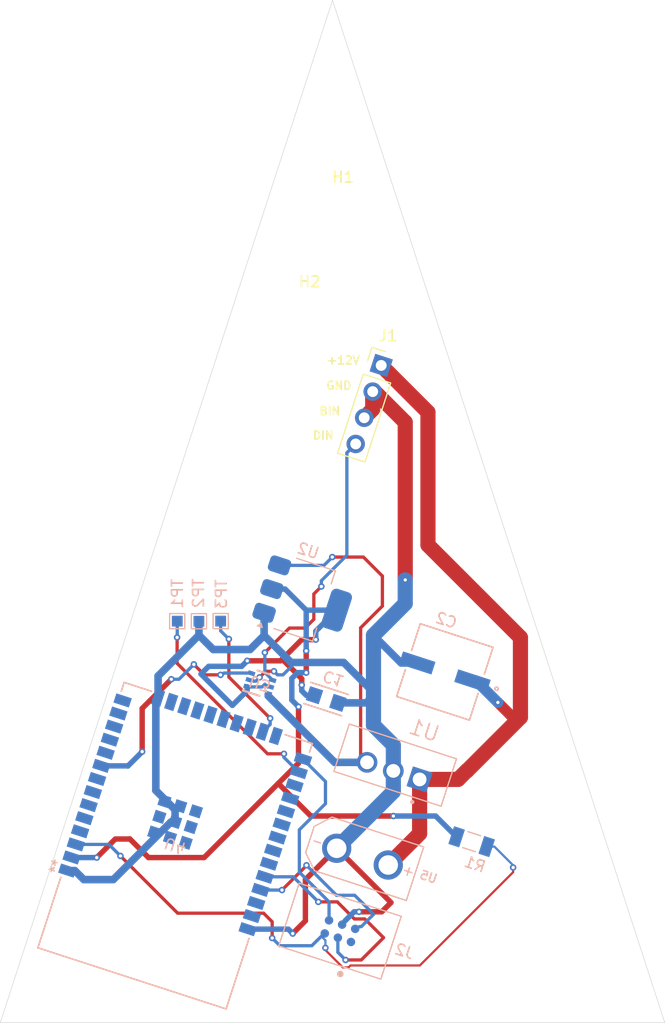
<source format=kicad_pcb>
(kicad_pcb (version 20241229) (generator "pcbnew") (generator_version "9.0")
  (layers (0 "F.Cu" signal) (2 "B.Cu" signal) (13 "F.Paste" user) (15 "B.Paste" user) (5 "F.SilkS" user "F.Silkscreen") (7 "B.SilkS" user "B.Silkscreen") (1 "F.Mask" user) (3 "B.Mask" user) (25 "Edge.Cuts" user))
  (net 0 "")
  (net 1 "GND")
  (net 2 "+12V")
  (net 3 "Net-(U3-A)")
  (net 4 "Net-(U4-IO4)")
  (net 15 "Net-(U4-EN)")
  (net 18 "Net-(U4-RXD0{slash}IO3)")
  (net 22 "Net-(U4-IO0)")
  (net 25 "Net-(U4-IO15)")
  (net 32 "Net-(U4-TXD0{slash}IO1)")
  (net 37 "Net-(U2-VO)")
  (net 39 "Net-(U1-OUTPUT)")
  (net 40 "Net-(J1-Pin_4)")
  (footprint "MountingHole:MountingHole_3mm" (layer "F.Cu") (at 51.834706 38.023801)
    (property "Reference" "H1" (at 0 -4 0) (layer "F.SilkS"))
    (property "Value" "MountingHole_3mm" (hide yes))
    (pad "" np_thru_hole circle (at 0 0) (size 3 3) (drill 3) (layers "*.Cu" "*.Mask"))
  )
  (footprint "MountingHole:MountingHole_3mm" (layer "F.Cu") (at 48.761306 47.675801)
    (property "Reference" "H2" (at 0 -4 0) (layer "F.SilkS"))
    (property "Value" "MountingHole_3mm" (hide yes))
    (pad "" np_thru_hole circle (at 0 0) (size 3 3) (drill 3) (layers "*.Cu" "*.Mask"))
  )
  (footprint "Connector_PinHeader_2.54mm:PinHeader_1x04_P2.54mm_Vertical" (layer "F.Cu") (at 55.364509 51.401549 -18)
    (property "Reference" "J1" (at -0.243775 -2.805164 180) (layer "F.SilkS"))
    (property "Value" "Conn_01x04_Pin" (hide yes))
    (fp_line (start -1.33 8.95) (end 1.33 8.95) (stroke (width 0.12)) (layer "F.SilkS"))
    (fp_line (start -1.33 1.27) (end -1.33 8.95) (stroke (width 0.12)) (layer "F.SilkS"))
    (fp_line (start -1.33 1.27) (end 1.33 1.27) (stroke (width 0.12)) (layer "F.SilkS"))
    (fp_line (start -1.33 0) (end -1.33 -1.33) (stroke (width 0.12)) (layer "F.SilkS"))
    (fp_line (start -1.33 -1.33) (end 0 -1.33) (stroke (width 0.12)) (layer "F.SilkS"))
    (fp_line (start 1.33 1.27) (end 1.33 8.95) (stroke (width 0.12)) (layer "F.SilkS"))
    (pad "1" thru_hole rect (at 0 0 342) (size 1.7 1.7) (drill 1) (layers "*.Cu" "*.Mask") (net 2 "+12V"))
    (pad "2" thru_hole oval (at 0 2.54 342) (size 1.7 1.7) (drill 1) (layers "*.Cu" "*.Mask") (net 1 "GND"))
    (pad "3" thru_hole oval (at 0 5.08 342) (size 1.7 1.7) (drill 1) (layers "*.Cu" "*.Mask") (net 1 "GND"))
    (pad "4" thru_hole oval (at 0.000001 7.62 342) (size 1.7 1.7) (drill 1) (layers "*.Cu" "*.Mask") (net 40 "Net-(J1-Pin_4)"))
  )
  (footprint "TAJA226M010RNJ:TAJA_AVX" (layer "B.Cu") (at 50.287057 82.192071 -18)
    (property "Reference" "C1" (at 0.044737 -2.02002 162) (layer "B.SilkS") (effects (justify mirror)))
    (property "Value" "TAJA226M010RNJ" (hide yes))
    (fp_line (start -1.8288 -1.0287) (end 1.8288 -1.0287) (stroke (width 0.1524)) (layer "B.SilkS"))
    (fp_line (start 1.8288 1.0287) (end -1.8288 1.0287) (stroke (width 0.1524)) (layer "B.SilkS"))
    (pad "1" smd rect (at -1.14321 0 252) (size 1.3462 1.269581) (layers "B.Cu" "B.Mask" "B.Paste") (net 37 "Net-(U2-VO)"))
    (pad "2" smd rect (at 1.14321 0 252) (size 1.3462 1.269581) (layers "B.Cu" "B.Mask" "B.Paste") (net 1 "GND"))
  )
  (footprint "TC2030-IDC-NL:TAG_TC2030-IDC-NL" (layer "B.Cu") (at 51.560837 103.61407 162)
    (property "Reference" "J2" (at -6.216887 0.069941 162) (layer "B.SilkS") (effects (font (size 1.001835 1.001835)) (justify mirror)))
    (property "Value" "TC2030-IDC-NL" (hide yes))
    (fp_line (start 4.953 -3.048) (end 4.953 3.048) (stroke (width 0.127)) (layer "B.SilkS"))
    (fp_line (start 4.953 3.048) (end -4.953 3.048) (stroke (width 0.127)) (layer "B.SilkS"))
    (fp_line (start -4.953 -3.048) (end 4.953 -3.048) (stroke (width 0.127)) (layer "B.SilkS"))
    (fp_line (start -4.953 3.048) (end -4.953 -3.048) (stroke (width 0.127)) (layer "B.SilkS"))
    (fp_circle (center -1.25 -3.75) (end -1.1 -3.75) (stroke (width 0.3)) (fill no) (layer "B.SilkS"))
    (pad "" np_thru_hole circle (at -2.54 0 162) (size 0.991 0.991) (drill 0.991) (layers "*.Cu" "*.Mask"))
    (pad "" np_thru_hole circle (at 2.54 -1.016 162) (size 0.991 0.991) (drill 0.991) (layers "*.Cu" "*.Mask"))
    (pad "" np_thru_hole circle (at 2.54 1.016 162) (size 0.991 0.991) (drill 0.991) (layers "*.Cu" "*.Mask"))
    (pad "1" smd circle (at -1.27 -0.635 162) (size 0.787 0.787) (layers "B.Cu" "B.Mask"))
    (pad "2" smd circle (at -1.270001 0.635 162) (size 0.787 0.787) (layers "B.Cu" "B.Mask") (net 32 "Net-(U4-TXD0{slash}IO1)"))
    (pad "3" smd circle (at 0 -0.635 162) (size 0.787 0.787) (layers "B.Cu" "B.Mask") (net 18 "Net-(U4-RXD0{slash}IO3)"))
    (pad "4" smd circle (at 0 0.635 162) (size 0.787 0.787) (layers "B.Cu" "B.Mask") (net 1 "GND"))
    (pad "5" smd circle (at 1.270001 -0.635 162) (size 0.787 0.787) (layers "B.Cu" "B.Mask") (net 15 "Net-(U4-EN)"))
    (pad "6" smd circle (at 1.27 0.635 162) (size 0.787 0.787) (layers "B.Cu" "B.Mask") (net 22 "Net-(U4-IO0)"))
  )
  (footprint "TestPoint:TestPoint_Pad_1.0x1.0mm" (layer "B.Cu") (at 40.55031 74.997213)
    (property "Reference" "TP3" (at 0.061419 -2.490515 90) (layer "B.SilkS") (effects (justify mirror)))
    (property "Value" "TestPoint" (hide yes))
    (fp_line (start -0.7 0.699999) (end 0.699999 0.7) (stroke (width 0.12)) (layer "B.SilkS"))
    (fp_line (start -0.699999 -0.7) (end -0.7 0.699999) (stroke (width 0.12)) (layer "B.SilkS"))
    (fp_line (start 0.699999 0.7) (end 0.7 -0.699999) (stroke (width 0.12)) (layer "B.SilkS"))
    (fp_line (start 0.7 -0.699999) (end -0.699999 -0.7) (stroke (width 0.12)) (layer "B.SilkS"))
    (pad "1" smd rect (at 0 0) (size 1 1) (layers "B.Cu" "B.Mask") (net 25 "Net-(U4-IO15)"))
  )
  (footprint "Package_TO_SOT_SMD:SOT-223-3_TabPin2" (layer "B.Cu") (at 48.267278 73.015997 -18)
    (property "Reference" "U2" (at -1.057702 -4.401577 162) (layer "B.SilkS") (effects (justify mirror)))
    (property "Value" "AMS1117-3.3" (hide yes))
    (fp_line (start -1.850001 3.41) (end 1.91 3.41) (stroke (width 0.12)) (layer "B.SilkS"))
    (fp_line (start -1.85 -3.41) (end 1.91 -3.41) (stroke (width 0.12)) (layer "B.SilkS"))
    (fp_line (start 1.91 3.41) (end 1.91 2.15) (stroke (width 0.12)) (layer "B.SilkS"))
    (fp_line (start 1.91 -3.41) (end 1.91 -2.15) (stroke (width 0.12)) (layer "B.SilkS"))
    (fp_poly (pts (xy -3.13 3.31) (xy -3.37 3.639999) (xy -2.89 3.64) (xy -3.13 3.31)) (stroke (width 0.12)) (fill yes) (layer "B.SilkS"))
    (pad "1" smd roundrect (at -3.15 2.3 342) (size 2 1.5) (layers "B.Cu" "B.Mask" "B.Paste") (net 1 "GND"))
    (pad "2" smd roundrect (at -3.15 0 342) (size 2 1.5) (layers "B.Cu" "B.Mask" "B.Paste") (net 37 "Net-(U2-VO)"))
    (pad "2" smd roundrect (at 3.15 0 342) (size 2 3.8) (layers "B.Cu" "B.Mask" "B.Paste") (net 37 "Net-(U2-VO)"))
    (pad "3" smd roundrect (at -3.15 -2.3 342) (size 2 1.5) (layers "B.Cu" "B.Mask" "B.Paste") (net 39 "Net-(U1-OUTPUT)"))
  )
  (footprint "L7805CV:TO255P1040X460X1968-3" (layer "B.Cu") (at 58.908506 89.610401 162)
    (property "Reference" "U1" (at 0.995 4.444 162) (layer "B.SilkS") (effects (font (size 1.4 1.4)) (justify mirror)))
    (property "Value" "L7805CV" (hide yes))
    (fp_line (start 7.75 -1.74) (end -2.65 -1.74) (stroke (width 0.127)) (layer "B.SilkS"))
    (fp_line (start 7.75 2.86) (end 7.75 -1.74) (stroke (width 0.127)) (layer "B.SilkS"))
    (fp_line (start -2.65 -1.74) (end -2.65 2.86) (stroke (width 0.127)) (layer "B.SilkS"))
    (fp_line (start -2.65 2.86) (end 7.75 2.86) (stroke (width 0.127)) (layer "B.SilkS"))
    (fp_circle (center 0 -2.195) (end 0.1 -2.195) (stroke (width 0.2)) (fill no) (layer "B.SilkS"))
    (pad "1" thru_hole rect (at 0 0 162) (size 1.91 1.91) (drill 1.27) (layers "*.Cu" "*.Mask") (net 2 "+12V"))
    (pad "2" thru_hole circle (at 2.55 0 162) (size 1.91 1.91) (drill 1.27) (layers "*.Cu" "*.Mask") (net 1 "GND"))
    (pad "3" thru_hole circle (at 5.1 0 162) (size 1.91 1.91) (drill 1.27) (layers "*.Cu" "*.Mask") (net 39 "Net-(U1-OUTPUT)"))
  )
  (footprint "1206W4J0123T5E:RESC3115X65N" (layer "B.Cu") (at 63.711657 95.357635 -18)
    (property "Reference" "R1" (at 0.925 1.885 162) (layer "B.SilkS") (effects (justify mirror)))
    (property "Value" "R")
    (fp_line (start -0.615 0.775) (end 0.615 0.775) (stroke (width 0.127)) (layer "B.SilkS"))
    (fp_line (start -0.615 -0.775) (end 0.615 -0.775) (stroke (width 0.127)) (layer "B.SilkS"))
    (pad "1" smd rect (at -1.460001 0 342) (size 1.05 1.72) (layers "B.Cu" "B.Mask" "B.Paste") (net 37 "Net-(U2-VO)"))
    (pad "2" smd rect (at 1.460001 0 342) (size 1.05 1.72) (layers "B.Cu" "B.Mask" "B.Paste") (net 15 "Net-(U4-EN)"))
  )
  (footprint "XT30UPB-M:XT30UPB-M" (layer "B.Cu") (at 53.635265 96.737259 162)
    (property "Reference" "U5" (at -6.375603 0.101732 162) (layer "B.SilkS") (effects (font (size 0.787402 0.787402)) (justify mirror)))
    (property "Value" "XT30UPB-M" (hide yes))
    (fp_line (start 5.100001 -1.269999) (end 5.099999 1.27) (stroke (width 0.127)) (layer "B.SilkS"))
    (fp_line (start 5.099999 1.27) (end 3.809999 2.599997) (stroke (width 0.127)) (layer "B.SilkS"))
    (fp_line (start 3.809999 -2.599998) (end 5.100001 -1.269999) (stroke (width 0.127)) (layer "B.SilkS"))
    (fp_line (start 4.064 0) (end 4.699 0) (stroke (width 0.127)) (layer "B.SilkS"))
    (fp_line (start 3.809999 2.599997) (end -5.099999 2.599998) (stroke (width 0.127)) (layer "B.SilkS"))
    (fp_line (start -5.099999 -2.599998) (end 3.809999 -2.599998) (stroke (width 0.127)) (layer "B.SilkS"))
    (fp_line (start -4.445 0.35) (end -4.444999 -0.35) (stroke (width 0.127)) (layer "B.SilkS"))
    (fp_line (start -4.8 0) (end -4.100001 0) (stroke (width 0.127)) (layer "B.SilkS"))
    (fp_line (start -5.099999 2.599998) (end -5.099999 -2.599998) (stroke (width 0.127)) (layer "B.SilkS"))
    (pad "P$1" thru_hole circle (at -2.5 0 162) (size 2.7 2.7) (drill 1.8) (layers "*.Cu" "*.Mask") (net 2 "+12V"))
    (pad "P$2" thru_hole circle (at 2.5 0 162) (size 2.7 2.7) (drill 1.8) (layers "*.Cu" "*.Mask") (net 1 "GND"))
  )
  (footprint "ESP32_WROOM__32_N4:MOD_ESP32-WROOM-32_EXP" (layer "B.Cu") (at 36.347209 95.723886 -18)
    (property "Reference" "U4" (at 0 0 162) (layer "B.SilkS") (effects (justify mirror)))
    (property "Value" "ESP32-WROOM-32E")
    (fp_line (start -9.1313 12.8778) (end 9.1313 12.8778) (stroke (width 0.1524)) (layer "B.SilkS"))
    (fp_line (start -9.1313 6.03724) (end -9.1313 12.8778) (stroke (width 0.1524)) (layer "B.SilkS"))
    (fp_line (start -9.1313 -12.8778) (end -9.1313 -12.02724) (stroke (width 0.1524)) (layer "B.SilkS"))
    (fp_line (start -6.49224 -12.8778) (end -9.1313 -12.8778) (stroke (width 0.1524)) (layer "B.SilkS"))
    (fp_line (start 9.1313 12.8778) (end 9.1313 6.03724) (stroke (width 0.1524)) (layer "B.SilkS"))
    (fp_line (start 9.1313 -12.02724) (end 9.1313 -12.8778) (stroke (width 0.1524)) (layer "B.SilkS"))
    (fp_line (start 9.1313 -12.8778) (end 6.49224 -12.8778) (stroke (width 0.1524)) (layer "B.SilkS"))
    (fp_text user "*" (at -10.1343 5.26 162) (layer "B.SilkS") (effects (justify mirror)))
    (fp_text user "*" (at -10.1343 5.26 162) (layer "B.SilkS") (effects (justify mirror)))
    (pad "1" smd rect (at -8.75 5.26 342) (size 1.4986 0.889) (layers "B.Cu" "B.Mask" "B.Paste") (net 1 "GND"))
    (pad "2" smd rect (at -8.75 3.99 342) (size 1.4986 0.889) (layers "B.Cu" "B.Mask" "B.Paste") (net 37 "Net-(U2-VO)"))
    (pad "3" smd rect (at -8.75 2.72 342) (size 1.4986 0.889) (layers "B.Cu" "B.Mask" "B.Paste") (net 15 "Net-(U4-EN)"))
    (pad "4" smd rect (at -8.75 1.45 342) (size 1.4986 0.889) (layers "B.Cu" "B.Mask" "B.Paste"))
    (pad "5" smd rect (at -8.750001 0.18 342) (size 1.4986 0.889) (layers "B.Cu" "B.Mask" "B.Paste"))
    (pad "6" smd rect (at -8.75 -1.09 342) (size 1.4986 0.889) (layers "B.Cu" "B.Mask" "B.Paste"))
    (pad "7" smd rect (at -8.75 -2.36 342) (size 1.4986 0.889) (layers "B.Cu" "B.Mask" "B.Paste"))
    (pad "8" smd rect (at -8.75 -3.63 342) (size 1.4986 0.889) (layers "B.Cu" "B.Mask" "B.Paste"))
    (pad "9" smd rect (at -8.75 -4.9 342) (size 1.4986 0.889) (layers "B.Cu" "B.Mask" "B.Paste") (net 3 "Net-(U3-A)"))
    (pad "10" smd rect (at -8.75 -6.17 342) (size 1.4986 0.889) (layers "B.Cu" "B.Mask" "B.Paste"))
    (pad "11" smd rect (at -8.75 -7.44 342) (size 1.4986 0.889) (layers "B.Cu" "B.Mask" "B.Paste"))
    (pad "12" smd rect (at -8.75 -8.71 342) (size 1.4986 0.889) (layers "B.Cu" "B.Mask" "B.Paste"))
    (pad "13" smd rect (at -8.75 -9.98 342) (size 1.4986 0.889) (layers "B.Cu" "B.Mask" "B.Paste"))
    (pad "14" smd rect (at -8.75 -11.250001 342) (size 1.4986 0.889) (layers "B.Cu" "B.Mask" "B.Paste"))
    (pad "15" smd rect (at -5.715001 -12.5 252) (size 1.4986 0.889) (layers "B.Cu" "B.Mask" "B.Paste") (net 1 "GND"))
    (pad "16" smd rect (at -4.445 -12.5 252) (size 1.4986 0.889) (layers "B.Cu" "B.Mask" "B.Paste"))
    (pad "17" smd rect (at -3.175 -12.5 252) (size 1.4986 0.889) (layers "B.Cu" "B.Mask" "B.Paste"))
    (pad "18" smd rect (at -1.905 -12.5 252) (size 1.4986 0.889) (layers "B.Cu" "B.Mask" "B.Paste"))
    (pad "19" smd rect (at -0.634999 -12.5 252) (size 1.4986 0.889) (layers "B.Cu" "B.Mask" "B.Paste"))
    (pad "20" smd rect (at 0.635 -12.5 252) (size 1.4986 0.889) (layers "B.Cu" "B.Mask" "B.Paste"))
    (pad "21" smd rect (at 1.905 -12.5 252) (size 1.4986 0.889) (layers "B.Cu" "B.Mask" "B.Paste"))
    (pad "22" smd rect (at 3.175 -12.5 252) (size 1.4986 0.889) (layers "B.Cu" "B.Mask" "B.Paste"))
    (pad "23" smd rect (at 4.445 -12.5 252) (size 1.4986 0.889) (layers "B.Cu" "B.Mask" "B.Paste") (net 25 "Net-(U4-IO15)"))
    (pad "24" smd rect (at 5.715 -12.5 252) (size 1.4986 0.889) (layers "B.Cu" "B.Mask" "B.Paste"))
    (pad "25" smd rect (at 8.75 -11.25 342) (size 1.4986 0.889) (layers "B.Cu" "B.Mask" "B.Paste") (net 22 "Net-(U4-IO0)"))
    (pad "26" smd rect (at 8.75 -9.98 342) (size 1.4986 0.889) (layers "B.Cu" "B.Mask" "B.Paste") (net 4 "Net-(U4-IO4)"))
    (pad "27" smd rect (at 8.75 -8.710001 342) (size 1.4986 0.889) (layers "B.Cu" "B.Mask" "B.Paste"))
    (pad "28" smd rect (at 8.75 -7.44 342) (size 1.4986 0.889) (layers "B.Cu" "B.Mask" "B.Paste"))
    (pad "29" smd rect (at 8.75 -6.17 342) (size 1.4986 0.889) (layers "B.Cu" "B.Mask" "B.Paste"))
    (pad "30" smd rect (at 8.75 -4.9 342) (size 1.4986 0.889) (layers "B.Cu" "B.Mask" "B.Paste"))
    (pad "31" smd rect (at 8.75 -3.63 342) (size 1.4986 0.889) (layers "B.Cu" "B.Mask" "B.Paste"))
    (pad "32" smd rect (at 8.75 -2.36 342) (size 1.4986 0.889) (layers "B.Cu" "B.Mask" "B.Paste"))
    (pad "33" smd rect (at 8.75 -1.09 342) (size 1.4986 0.889) (layers "B.Cu" "B.Mask" "B.Paste"))
    (pad "34" smd rect (at 8.75 0.18 342) (size 1.4986 0.889) (layers "B.Cu" "B.Mask" "B.Paste") (net 18 "Net-(U4-RXD0{slash}IO3)"))
    (pad "35" smd rect (at 8.75 1.45 342) (size 1.4986 0.889) (layers "B.Cu" "B.Mask" "B.Paste") (net 32 "Net-(U4-TXD0{slash}IO1)"))
    (pad "36" smd rect (at 8.75 2.72 342) (size 1.4986 0.889) (layers "B.Cu" "B.Mask" "B.Paste"))
    (pad "37" smd rect (at 8.75 3.99 342) (size 1.4986 0.889) (layers "B.Cu" "B.Mask" "B.Paste"))
    (pad "38" smd rect (at 8.75 5.26 342) (size 1.4986 0.889) (layers "B.Cu" "B.Mask" "B.Paste") (net 1 "GND"))
    (pad "39" smd rect (at -0.68 -2.08 342) (size 1.0414 1.0414) (layers "B.Cu" "B.Mask" "B.Paste") (net 1 "GND"))
    (pad "40" smd rect (at -2.205 -0.555 342) (size 1.0414 1.0414) (layers "B.Cu" "B.Mask" "B.Paste"))
    (pad "41" smd rect (at -2.205 -2.08 342) (size 1.0414 1.0414) (layers "B.Cu" "B.Mask" "B.Paste"))
    (pad "42" smd rect (at -2.205 -3.605 342) (size 1.0414 1.0414) (layers "B.Cu" "B.Mask" "B.Paste"))
    (pad "43" smd rect (at -0.68 -3.605 342) (size 1.0414 1.0414) (layers "B.Cu" "B.Mask" "B.Paste"))
    (pad "44" smd rect (at 0.845 -3.605 342) (size 1.0414 1.0414) (layers "B.Cu" "B.Mask" "B.Paste"))
    (pad "45" smd rect (at 0.845 -2.08 342) (size 1.0414 1.0414) (layers "B.Cu" "B.Mask" "B.Paste"))
    (pad "46" smd rect (at 0.845 -0.555 342) (size 1.0414 1.0414) (layers "B.Cu" "B.Mask" "B.Paste"))
    (pad "47" smd rect (at -0.68 -0.555 342) (size 1.0414 1.0414) (layers "B.Cu" "B.Mask" "B.Paste"))
  )
  (footprint "TestPoint:TestPoint_Pad_1.0x1.0mm" (layer "B.Cu") (at 36.542182 75.003543)
    (property "Reference" "TP1" (at 0.014324 -2.538142 90) (layer "B.SilkS") (effects (justify mirror)))
    (property "Value" "TestPoint" (hide yes))
    (fp_line (start -0.7 0.699999) (end 0.699999 0.7) (stroke (width 0.12)) (layer "B.SilkS"))
    (fp_line (start -0.699999 -0.7) (end -0.7 0.699999) (stroke (width 0.12)) (layer "B.SilkS"))
    (fp_line (start 0.699999 0.7) (end 0.7 -0.699999) (stroke (width 0.12)) (layer "B.SilkS"))
    (fp_line (start 0.7 -0.699999) (end -0.699999 -0.7) (stroke (width 0.12)) (layer "B.SilkS"))
    (pad "1" smd rect (at 0 0) (size 1 1) (layers "B.Cu" "B.Mask") (net 4 "Net-(U4-IO4)"))
  )
  (footprint "TXS0101DCKR:DCK0006A_L" (layer "B.Cu") (at 44.165496 80.749881 -18)
    (property "Reference" "U3" (at 0 0 162) (layer "B.SilkS") (effects (justify mirror)))
    (property "Value" "TXS0101DCKR" (hide yes))
    (fp_line (start -1.3 1.1) (end 0.325001 1.1) (stroke (width 0.2)) (layer "B.SilkS"))
    (fp_line (start -0.575001 -1.074999) (end 0.549999 -1.074999) (stroke (width 0.2)) (layer "B.SilkS"))
    (pad "1" smd rect (at -1.024999 0.650001 252) (size 0.399999 0.650001) (layers "B.Cu" "B.Mask" "B.Paste") (net 37 "Net-(U2-VO)"))
    (pad "2" smd rect (at -1.024999 0 252) (size 0.399999 0.650001) (layers "B.Cu" "B.Mask" "B.Paste") (net 1 "GND"))
    (pad "3" smd rect (at -1.024999 -0.649999 252) (size 0.399999 0.650001) (layers "B.Cu" "B.Mask" "B.Paste") (net 3 "Net-(U3-A)"))
    (pad "4" smd rect (at 1.025002 -0.649999 252) (size 0.399999 0.650001) (layers "B.Cu" "B.Mask" "B.Paste") (net 40 "Net-(J1-Pin_4)"))
    (pad "5" smd rect (at 1.025002 0 252) (size 0.399999 0.650001) (layers "B.Cu" "B.Mask" "B.Paste") (net 37 "Net-(U2-VO)"))
    (pad "6" smd rect (at 1.025002 0.650001 252) (size 0.399999 0.650001) (layers "B.Cu" "B.Mask" "B.Paste") (net 39 "Net-(U1-OUTPUT)"))
  )
  (footprint "TestPoint:TestPoint_Pad_1.0x1.0mm" (layer "B.Cu") (at 38.542321 75.012456)
    (property "Reference" "TP2" (at -0.043669 -2.578074 90) (layer "B.SilkS") (effects (justify mirror)))
    (property "Value" "TestPoint" (hide yes))
    (fp_line (start -0.7 0.699999) (end 0.699999 0.7) (stroke (width 0.12)) (layer "B.SilkS"))
    (fp_line (start -0.699999 -0.7) (end -0.7 0.699999) (stroke (width 0.12)) (layer "B.SilkS"))
    (fp_line (start 0.699999 0.7) (end 0.7 -0.699999) (stroke (width 0.12)) (layer "B.SilkS"))
    (fp_line (start 0.7 -0.699999) (end -0.699999 -0.7) (stroke (width 0.12)) (layer "B.SilkS"))
    (pad "1" smd rect (at 0 0) (size 1 1) (layers "B.Cu" "B.Mask") (net 1 "GND"))
  )
  (footprint "189RV0057:CAP_SMD_6p3x7p7_KNC" (layer "B.Cu") (at 61.23676 79.689128 162)
    (property "Reference" "C2" (at 1.341985 4.568846 342) (layer "B.SilkS") (effects (justify mirror)))
    (property "Value" "189RV0057")
    (fp_line (start 3.5306 -3.5306) (end 3.5306 -0.94234) (stroke (width 0.1524)) (layer "B.SilkS"))
    (fp_line (start 3.5306 0.94234) (end 3.5306 3.5306) (stroke (width 0.1524)) (layer "B.SilkS"))
    (fp_line (start 3.5306 3.5306) (end -3.5306 3.5306) (stroke (width 0.1524)) (layer "B.SilkS"))
    (fp_line (start -3.5306 -3.5306) (end 3.5306 -3.5306) (stroke (width 0.1524)) (layer "B.SilkS"))
    (fp_line (start -3.5306 -0.94234) (end -3.5306 -3.5306) (stroke (width 0.1524)) (layer "B.SilkS"))
    (fp_line (start -3.5306 3.5306) (end -3.5306 0.94234) (stroke (width 0.1524)) (layer "B.SilkS"))
    (fp_circle (center -5.0165 0) (end -4.940301 0) (stroke (width 0.1524)) (fill no) (layer "B.SilkS"))
    (pad "1" smd rect (at -2.6797 0 162) (size 3.1496 1.2192) (layers "B.Cu" "B.Mask" "B.Paste") (net 2 "+12V"))
    (pad "2" smd rect (at 2.6797 0 162) (size 3.1496 1.2192) (layers "B.Cu" "B.Mask" "B.Paste") (net 1 "GND"))
  )
  (gr_line (start 20.211706 112.064801) (end 50.872853 17.699493) (stroke (width 0.05)) (layer "Edge.Cuts"))
  (gr_line (start 81.534 112.0648) (end 20.211706 112.064801) (stroke (width 0.05)) (layer "Edge.Cuts"))
  (gr_line (start 50.872853 17.699493) (end 81.534 112.0648) (stroke (width 0.05)) (layer "Edge.Cuts"))
  (gr_text "+12V" (at 51.8668 50.927 0) (layer "F.SilkS") (effects (font (size 0.75 0.75))))
  (gr_text "GND" (at 51.4604 53.2638 0) (layer "F.SilkS") (effects (font (size 0.75 0.75))))
  (gr_text "DIN" (at 50.0126 57.8612 0) (layer "F.SilkS") (effects (font (size 0.75 0.75))))
  (gr_text "BIN" (at 50.6222 55.6006 0) (layer "F.SilkS") (effects (font (size 0.75 0.75))))
  (segment (start 47.199106 103.834401) (end 48.367506 102.666001) (width 0.5) (layer "F.Cu") (net 1))
  (segment (start 48.367506 102.666001) (end 48.367506 98.854835) (width 0.5) (layer "F.Cu") (net 1))
  (segment (start 57.5818 56.642) (end 57.5818 71.1962) (width 1.4) (layer "F.Cu") (net 1))
  (segment (start 56.266906 100.973999) (end 55.413104 101.827801) (width 0.5) (layer "F.Cu") (net 1))
  (segment (start 54.579606 53.817233) (end 54.579606 55.448013) (width 1.4) (layer "F.Cu") (net 1))
  (segment (start 54.579606 53.817233) (end 54.757033 53.817233) (width 1.4) (layer "F.Cu") (net 1))
  (segment (start 44.704 79.629) (end 44.1452 80.1878) (width 0.3) (layer "F.Cu") (net 1))
  (segment (start 54.579606 55.448013) (end 53.794703 56.232916) (width 1.4) (layer "F.Cu") (net 1))
  (segment (start 56.470106 88.809202) (end 56.483312 88.822408) (width 1.4) (layer "F.Cu") (net 1))
  (segment (start 56.266906 100.973999) (end 51.257624 95.964717) (width 0.5) (layer "F.Cu") (net 1))
  (segment (start 54.757033 53.817233) (end 57.5818 56.642) (width 1.4) (layer "F.Cu") (net 1))
  (segment (start 45.466 79.629) (end 44.704 79.629) (width 0.3) (layer "F.Cu") (net 1))
  (segment (start 55.413104 101.827801) (end 53.320506 101.827801) (width 0.5) (layer "F.Cu") (net 1))
  (segment (start 48.367506 98.854835) (end 51.257624 95.964717) (width 0.5) (layer "F.Cu") (net 1))
  (via (at 47.199106 103.834401) (size 0.6) (drill 0.3) (layers "F.Cu" "B.Cu") (net 1))
  (via (at 53.320506 101.827801) (size 0.6) (drill 0.3) (layers "F.Cu" "B.Cu") (net 1))
  (via (at 45.466 79.629) (size 0.6) (drill 0.3) (layers "F.Cu" "B.Cu") (net 1))
  (via (at 44.1452 80.1878) (size 0.6) (drill 0.3) (layers "F.Cu" "B.Cu") (net 1))
  (via (at 57.5818 71.1962) (size 0.6) (drill 0.3) (layers "F.Cu" "B.Cu") (net 1))
  (segment (start 43.190664 80.433139) (end 43.190664 80.455594) (width 0.3) (layer "B.Cu") (net 1))
  (segment (start 46.3042 79.9592) (end 45.7962 79.9592) (width 0.3) (layer "B.Cu") (net 1))
  (segment (start 34.774632 80.063875) (end 34.774632 82.069647) (width 0.7) (layer "B.Cu") (net 1))
  (segment (start 47.053116 78.815401) (end 47.053116 79.210284) (width 0.3) (layer "B.Cu") (net 1))
  (segment (start 57.5818 73.377937) (end 54.650261 76.309476) (width 1.4) (layer "B.Cu") (net 1))
  (segment (start 46.795047 103.430342) (end 47.199106 103.834401) (width 0.5) (layer "B.Cu") (net 1))
  (segment (start 44.1452 80.1878) (end 43.7896 80.5434) (width 0.3) (layer "B.Cu") (net 1))
  (segment (start 38.542321 75.012456) (end 38.542321 76.296186) (width 0.7) (layer "B.Cu") (net 1))
  (segment (start 45.7962 79.9592) (end 45.466 79.629) (width 0.3) (layer "B.Cu") (net 1))
  (segment (start 34.565639 90.629079) (end 36.343246 92.406686) (width 0.7) (layer "B.Cu") (net 1))
  (segment (start 38.542321 76.296186) (end 39.867736 77.621601) (width 0.7) (layer "B.Cu") (net 1))
  (segment (start 27.08705 98.022545) (end 27.920506 98.856001) (width 0.7) (layer "B.Cu") (net 1))
  (segment (start 54.650261 81.567276) (end 54.650261 81.874739) (width 0.7) (layer "B.Cu") (net 1))
  (segment (start 51.257624 95.964717) (end 51.415506 96.122599) (width 0.3) (layer "B.Cu") (net 1))
  (segment (start 44.560711 76.322996) (end 43.262106 77.621601) (width 0.7) (layer "B.Cu") (net 1))
  (segment (start 30.644422 98.856001) (end 35.964866 93.535557) (width 0.7) (layer "B.Cu") (net 1))
  (segment (start 54.650261 76.309476) (end 54.650261 84.606774) (width 1.4) (layer "B.Cu") (net 1))
  (segment (start 43.043524 103.430342) (end 46.795047 103.430342) (width 0.5) (layer "B.Cu") (net 1))
  (segment (start 39.867736 77.621601) (end 42.2402 77.621601) (width 0.7) (layer "B.Cu") (net 1))
  (segment (start 34.565639 82.27864) (end 34.565639 90.629079) (width 0.7) (layer "B.Cu") (net 1))
  (segment (start 35.964866 93.535557) (end 36.343246 93.535557) (width 0.7) (layer "B.Cu") (net 1))
  (segment (start 47.053116 78.815401) (end 51.898386 78.815401) (width 0.7) (layer "B.Cu") (net 1))
  (segment (start 53.320506 101.827801) (end 52.863306 101.827801) (width 0.5) (layer "B.Cu") (net 1))
  (segment (start 54.650261 84.606774) (end 56.483312 86.439825) (width 1.4) (layer "B.Cu") (net 1))
  (segment (start 54.650261 81.874739) (end 53.979658 82.545342) (width 0.7) (layer "B.Cu") (net 1))
  (segment (start 44.560711 74.230023) (end 44.560711 76.322996) (width 0.7) (layer "B.Cu") (net 1))
  (segment (start 36.343246 92.406686) (end 36.343246 93.535557) (width 0.7) (layer "B.Cu") (net 1))
  (segment (start 57.5818 71.1962) (end 57.5818 73.377937) (width 1.4) (layer "B.Cu") (net 1))
  (segment (start 57.20184 78.861055) (end 54.650261 76.309476) (width 0.7) (layer "B.Cu") (net 1))
  (segment (start 52.863306 101.827801) (end 52.025106 102.666001) (width 0.5) (layer "B.Cu") (net 1))
  (segment (start 53.979658 82.545342) (end 51.374314 82.545342) (width 0.7) (layer "B.Cu") (net 1))
  (segment (start 56.483312 86.439825) (end 56.483312 88.822408) (width 1.4) (layer "B.Cu") (net 1))
  (segment (start 56.483312 90.739029) (end 51.257624 95.964717) (width 1.4) (layer "B.Cu") (net 1))
  (segment (start 44.560711 76.322996) (end 47.053116 78.815401) (width 0.7) (layer "B.Cu") (net 1))
  (segment (start 38.542321 76.296186) (end 34.774632 80.063875) (width 0.7) (layer "B.Cu") (net 1))
  (segment (start 43.6118 80.5434) (end 43.501539 80.433139) (width 0.3) (layer "B.Cu") (net 1))
  (segment (start 47.053116 79.210284) (end 46.3042 79.9592) (width 0.3) (layer "B.Cu") (net 1))
  (segment (start 26.400035 98.022545) (end 27.08705 98.022545) (width 0.7) (layer "B.Cu") (net 1))
  (segment (start 42.2402 77.621601) (end 43.262106 77.621601) (width 0.7) (layer "B.Cu") (net 1))
  (segment (start 51.898386 78.815401) (end 54.650261 81.567276) (width 0.7) (layer "B.Cu") (net 1))
  (segment (start 43.501539 80.433139) (end 43.190664 80.433139) (width 0.3) (layer "B.Cu") (net 1))
  (segment (start 56.483312 88.822408) (end 56.483312 90.739029) (width 1.4) (layer "B.Cu") (net 1))
  (segment (start 27.920506 98.856001) (end 30.644422 98.856001) (width 0.7) (layer "B.Cu") (net 1))
  (segment (start 43.7896 80.5434) (end 43.6118 80.5434) (width 0.3) (layer "B.Cu") (net 1))
  (segment (start 58.688214 78.861055) (end 57.20184 78.861055) (width 0.7) (layer "B.Cu") (net 1))
  (segment (start 58.688214 78.861055) (end 58.31916 78.861055) (width 1) (layer "B.Cu") (net 1))
  (segment (start 34.774632 82.069647) (end 34.565639 82.27864) (width 0.7) (layer "B.Cu") (net 1))
  (segment (start 63.277306 88.815231) (end 68.213861 83.878676) (width 1.4) (layer "F.Cu") (net 2))
  (segment (start 67.502661 83.878676) (end 68.213861 83.878676) (width 1) (layer "F.Cu") (net 2))
  (segment (start 63.251906 88.815231) (end 63.277306 88.815231) (width 1.4) (layer "F.Cu") (net 2))
  (segment (start 59.679461 67.978276) (end 59.679461 55.716501) (width 1.4) (layer "F.Cu") (net 2))
  (segment (start 58.908506 94.614201) (end 56.012906 97.509801) (width 1.4) (layer "F.Cu") (net 2))
  (segment (start 68.213861 83.878676) (end 68.213861 76.512676) (width 1.4) (layer "F.Cu") (net 2))
  (segment (start 58.908506 89.610401) (end 62.456736 89.610401) (width 1.4) (layer "F.Cu") (net 2))
  (segment (start 62.456736 89.610401) (end 63.251906 88.815231) (width 1.4) (layer "F.Cu") (net 2))
  (segment (start 66.131061 82.507076) (end 67.502661 83.878676) (width 1) (layer "F.Cu") (net 2))
  (segment (start 58.908506 89.610401) (end 58.908506 94.614201) (width 1.4) (layer "F.Cu") (net 2))
  (segment (start 59.679461 55.716501) (end 55.364509 51.401549) (width 1.4) (layer "F.Cu") (net 2))
  (segment (start 68.213861 76.512676) (end 59.679461 67.978276) (width 1.4) (layer "F.Cu") (net 2))
  (via (at 66.131061 82.507076) (size 0.6) (drill 0.3) (layers "F.Cu" "B.Cu") (net 2))
  (segment (start 64.141186 80.517201) (end 66.131061 82.507076) (width 1) (layer "B.Cu") (net 2))
  (segment (start 63.785306 80.517201) (end 64.141186 80.517201) (width 1) (layer "B.Cu") (net 2))
  (segment (start 33.305306 83.057201) (end 35.997706 80.364801) (width 0.5) (layer "F.Cu") (net 3))
  (segment (start 40.5384 79.9592) (end 39.0398 79.9592) (width 0.3) (layer "F.Cu") (net 3))
  (segment (start 33.305306 87.045001) (end 33.305306 83.057201) (width 0.5) (layer "F.Cu") (net 3))
  (segment (start 39.0398 79.9592) (end 38.0746 78.994) (width 0.3) (layer "F.Cu") (net 3))
  (via (at 38.0746 78.994) (size 0.6) (drill 0.3) (layers "F.Cu" "B.Cu") (net 3))
  (via (at 33.305306 87.045001) (size 0.6) (drill 0.3) (layers "F.Cu" "B.Cu") (net 3))
  (via (at 35.997706 80.364801) (size 0.6) (drill 0.3) (layers "F.Cu" "B.Cu") (net 3))
  (via (at 40.5384 79.9592) (size 0.6) (drill 0.3) (layers "F.Cu" "B.Cu") (net 3))
  (segment (start 40.5384 79.9592) (end 40.6908 79.9592) (width 0.3) (layer "B.Cu") (net 3))
  (segment (start 31.978515 88.35981) (end 29.539648 88.35981) (width 0.5) (layer "B.Cu") (net 3))
  (segment (start 36.703799 80.364801) (end 38.0746 78.994) (width 0.3) (layer "B.Cu") (net 3))
  (segment (start 40.857502 79.792498) (end 43.391525 79.792498) (width 0.3) (layer "B.Cu") (net 3))
  (segment (start 31.990856 88.372151) (end 31.978515 88.35981) (width 0.5) (layer "B.Cu") (net 3))
  (segment (start 35.997706 80.364801) (end 36.703799 80.364801) (width 0.3) (layer "B.Cu") (net 3))
  (segment (start 40.6908 79.9592) (end 40.857502 79.792498) (width 0.3) (layer "B.Cu") (net 3))
  (segment (start 33.305306 87.057701) (end 31.990856 88.372151) (width 0.5) (layer "B.Cu") (net 3))
  (segment (start 36.000442 80.362065) (end 35.997706 80.364801) (width 0.5) (layer "B.Cu") (net 3))
  (segment (start 33.305306 87.045001) (end 33.305306 87.057701) (width 0.5) (layer "B.Cu") (net 3))
  (segment (start 36.531106 78.898306) (end 44.881001 87.248201) (width 0.3) (layer "F.Cu") (net 4))
  (segment (start 36.531106 76.504001) (end 36.531106 78.898306) (width 0.3) (layer "F.Cu") (net 4))
  (segment (start 44.881001 87.248201) (end 46.386306 87.248201) (width 0.3) (layer "F.Cu") (net 4))
  (via (at 36.531106 76.504001) (size 0.6) (drill 0.3) (layers "F.Cu" "B.Cu") (net 4))
  (via (at 46.386306 87.248201) (size 0.6) (drill 0.3) (layers "F.Cu" "B.Cu") (net 4))
  (segment (start 36.542182 75.003543) (end 36.542182 76.492925) (width 0.3) (layer "B.Cu") (net 4))
  (segment (start 36.542182 76.492925) (end 36.531106 76.504001) (width 0.3) (layer "B.Cu") (net 4))
  (segment (start 46.386306 87.248201) (end 46.386306 87.569604) (width 0.3) (layer "B.Cu") (net 4))
  (segment (start 46.386306 87.569604) (end 47.752943 88.936241) (width 0.3) (layer "B.Cu") (net 4))
  (segment (start 67.5386 98.171) (end 58.928 106.7816) (width 0.2) (layer "F.Cu") (net 15))
  (segment (start 45.303061 104.249476) (end 45.303061 102.750876) (width 0.3) (layer "F.Cu") (net 15))
  (segment (start 50.2158 105.3592) (end 50.2158 105.156) (width 0.2) (layer "F.Cu") (net 15))
  (segment (start 44.506986 101.954801) (end 36.581906 101.954801) (width 0.3) (layer "F.Cu") (net 15))
  (segment (start 52.5272 106.7816) (end 52.3494 106.9594) (width 0.2) (layer "F.Cu") (net 15))
  (segment (start 52.3494 106.9594) (end 51.816 106.9594) (width 0.2) (layer "F.Cu") (net 15))
  (segment (start 67.5386 97.7392) (end 67.5386 98.171) (width 0.2) (layer "F.Cu") (net 15))
  (segment (start 36.581906 101.954801) (end 31.298706 96.671601) (width 0.3) (layer "F.Cu") (net 15))
  (segment (start 45.303061 102.750876) (end 44.506986 101.954801) (width 0.3) (layer "F.Cu") (net 15))
  (segment (start 58.928 106.7816) (end 52.5272 106.7816) (width 0.2) (layer "F.Cu") (net 15))
  (segment (start 51.816 106.9594) (end 50.2158 105.3592) (width 0.2) (layer "F.Cu") (net 15))
  (via (at 67.5386 97.7392) (size 0.6) (drill 0.3) (layers "F.Cu" "B.Cu") (net 15))
  (via (at 50.2158 105.156) (size 0.6) (drill 0.3) (layers "F.Cu" "B.Cu") (net 15))
  (via (at 31.298706 96.671601) (size 0.6) (drill 0.3) (layers "F.Cu" "B.Cu") (net 15))
  (via (at 45.303061 104.249476) (size 0.6) (drill 0.3) (layers "F.Cu" "B.Cu") (net 15))
  (segment (start 50.2158 105.156) (end 50.2158 104.463495) (width 0.2) (layer "B.Cu") (net 15))
  (segment (start 50.2158 104.463495) (end 49.840706 104.088401) (width 0.2) (layer "B.Cu") (net 15))
  (segment (start 67.5386 97.536) (end 65.8114 95.8088) (width 0.2) (layer "B.Cu") (net 15))
  (segment (start 48.960661 104.960676) (end 46.014261 104.960676) (width 0.3) (layer "B.Cu") (net 15))
  (segment (start 30.233966 95.606861) (end 31.298706 96.671601) (width 0.3) (layer "B.Cu") (net 15))
  (segment (start 67.5386 97.7392) (end 67.5386 97.536) (width 0.2) (layer "B.Cu") (net 15))
  (segment (start 49.477336 104.444001) (end 48.960661 104.960676) (width 0.3) (layer "B.Cu") (net 15))
  (segment (start 65.8114 95.8088) (end 65.1002 95.8088) (width 0.2) (layer "B.Cu") (net 15))
  (segment (start 27.184938 95.606861) (end 30.233966 95.606861) (width 0.3) (layer "B.Cu") (net 15))
  (segment (start 46.014261 104.960676) (end 45.303061 104.249476) (width 0.3) (layer "B.Cu") (net 15))
  (segment (start 49.485106 104.444001) (end 49.840706 104.088401) (width 0.3) (layer "B.Cu") (net 15))
  (segment (start 49.485106 104.444001) (end 49.477336 104.444001) (width 0.3) (layer "B.Cu") (net 15))
  (segment (start 51.313906 100.913401) (end 52.888706 102.488201) (width 0.3) (layer "F.Cu") (net 18))
  (segment (start 55.581106 104.215401) (end 53.523706 106.272801) (width 0.3) (layer "F.Cu") (net 18))
  (segment (start 52.888706 102.488201) (end 53.853906 102.488201) (width 0.3) (layer "F.Cu") (net 18))
  (segment (start 49.561306 100.913401) (end 51.313906 100.913401) (width 0.3) (layer "F.Cu") (net 18))
  (segment (start 53.853906 102.488201) (end 55.581106 104.215401) (width 0.3) (layer "F.Cu") (net 18))
  (segment (start 53.523706 106.272801) (end 52.075906 106.272801) (width 0.3) (layer "F.Cu") (net 18))
  (via (at 52.075906 106.272801) (size 0.6) (drill 0.3) (layers "F.Cu" "B.Cu") (net 18))
  (via (at 49.561306 100.913401) (size 0.6) (drill 0.3) (layers "F.Cu" "B.Cu") (net 18))
  (segment (start 46.45948 98.598975) (end 47.24688 98.598975) (width 0.3) (layer "B.Cu") (net 18))
  (segment (start 47.24688 98.598975) (end 49.561306 100.913401) (width 0.3) (layer "B.Cu") (net 18))
  (segment (start 51.364706 105.561601) (end 51.364706 104.647201) (width 0.3) (layer "B.Cu") (net 18))
  (segment (start 44.61333 98.598975) (end 46.45948 98.598975) (width 0.3) (layer "B.Cu") (net 18))
  (segment (start 52.075906 106.272801) (end 51.364706 105.561601) (width 0.3) (layer "B.Cu") (net 18))
  (segment (start 50.221706 91.845601) (end 47.808706 94.258601) (width 0.3) (layer "B.Cu") (net 22))
  (segment (start 50.221706 89.80471) (end 50.221706 91.845601) (width 0.3) (layer "B.Cu") (net 22))
  (segment (start 50.551906 100.913401) (end 50.551906 102.183401) (width 0.3) (layer "B.Cu") (net 22))
  (segment (start 48.145395 87.728399) (end 50.221706 89.80471) (width 0.3) (layer "B.Cu") (net 22))
  (segment (start 47.808706 98.170201) (end 50.551906 100.913401) (width 0.3) (layer "B.Cu") (net 22))
  (segment (start 47.808706 94.258601) (end 47.808706 98.170201) (width 0.3) (layer "B.Cu") (net 22))
  (segment (start 41.306306 80.161601) (end 45.116306 83.971601) (width 0.3) (layer "F.Cu") (net 25))
  (segment (start 41.306306 76.656401) (end 41.306306 80.161601) (width 0.3) (layer "F.Cu") (net 25))
  (via (at 41.306306 76.656401) (size 0.6) (drill 0.3) (layers "F.Cu" "B.Cu") (net 25))
  (via (at 45.116306 83.971601) (size 0.6) (drill 0.3) (layers "F.Cu" "B.Cu") (net 25))
  (segment (start 40.55031 75.900405) (end 41.306306 76.656401) (width 0.3) (layer "B.Cu") (net 25))
  (segment (start 45.116306 84.530322) (end 44.437368 85.20926) (width 0.3) (layer "B.Cu") (net 25))
  (segment (start 45.116306 83.971601) (end 45.116306 84.530322) (width 0.3) (layer "B.Cu") (net 25))
  (segment (start 40.55031 74.997213) (end 40.55031 75.900405) (width 0.3) (layer "B.Cu") (net 25))
  (segment (start 46.208506 99.821201) (end 48.469106 97.560601) (width 0.3) (layer "F.Cu") (net 32))
  (segment (start 48.469106 97.560601) (end 48.469106 97.535201) (width 0.3) (layer "F.Cu") (net 32))
  (via (at 46.208506 99.821201) (size 0.6) (drill 0.3) (layers "F.Cu" "B.Cu") (net 32))
  (via (at 48.469106 97.535201) (size 0.6) (drill 0.3) (layers "F.Cu" "B.Cu") (net 32))
  (segment (start 52.914106 100.303801) (end 54.666706 102.056401) (width 0.3) (layer "B.Cu") (net 32))
  (segment (start 54.666706 102.056401) (end 53.523706 103.199401) (width 0.3) (layer "B.Cu") (net 32))
  (segment (start 53.523706 103.199401) (end 53.345906 103.199401) (width 0.3) (layer "B.Cu") (net 32))
  (segment (start 44.235263 99.821201) (end 46.208506 99.821201) (width 0.3) (layer "B.Cu") (net 32))
  (segment (start 44.220879 99.806817) (end 44.235263 99.821201) (width 0.3) (layer "B.Cu") (net 32))
  (segment (start 51.517106 100.303801) (end 52.914106 100.303801) (width 0.3) (layer "B.Cu") (net 32))
  (segment (start 51.237706 100.303801) (end 51.517106 100.303801) (width 0.3) (layer "B.Cu") (net 32))
  (segment (start 48.469106 97.535201) (end 51.237706 100.303801) (width 0.3) (layer "B.Cu") (net 32))
  (segment (start 48.443706 77.748601) (end 48.443706 79.755201) (width 0.5) (layer "F.Cu") (net 37))
  (segment (start 46.9773 79.2607) (end 48.0314 80.3148) (width 0.5) (layer "F.Cu") (net 37))
  (segment (start 49.3268 76.708) (end 48.0314 76.708) (width 0.5) (layer "F.Cu") (net 37))
  (segment (start 48.0314 76.708) (end 46.228 78.5114) (width 0.5) (layer "F.Cu") (net 37))
  (segment (start 39.020306 96.824001) (end 45.862253 89.982053) (width 0.5) (layer "F.Cu") (net 37))
  (segment (start 32.149606 95.109501) (end 32.162306 95.096801) (width 0.5) (layer "F.Cu") (net 37))
  (segment (start 47.732506 88.111801) (end 47.732506 82.904801) (width 0.5) (layer "F.Cu") (net 37))
  (segment (start 30.828806 95.109501) (end 32.149606 95.109501) (width 0.5) (layer "F.Cu") (net 37))
  (segment (start 45.862253 89.982053) (end 48.8696 92.9894) (width 0.5) (layer "F.Cu") (net 37))
  (segment (start 33.889506 96.824001) (end 39.020306 96.824001) (width 0.5) (layer "F.Cu") (net 37))
  (segment (start 46.0756 78.6638) (end 46.228 78.5114) (width 0.5) (layer "F.Cu") (net 37))
  (segment (start 32.162306 95.096801) (end 33.889506 96.824001) (width 0.5) (layer "F.Cu") (net 37))
  (segment (start 48.8696 92.9894) (end 56.4896 92.9894) (width 0.5) (layer "F.Cu") (net 37))
  (segment (start 48.0314 80.3148) (end 48.0314 80.899) (width 0.5) (layer "F.Cu") (net 37))
  (segment (start 43.0022 78.6638) (end 46.0756 78.6638) (width 0.5) (layer "F.Cu") (net 37))
  (segment (start 29.114306 96.824001) (end 30.828806 95.109501) (width 0.5) (layer "F.Cu") (net 37))
  (segment (start 45.862253 89.982053) (end 47.732506 88.111801) (width 0.5) (layer "F.Cu") (net 37))
  (segment (start 46.228 78.5114) (end 46.9773 79.2607) (width 0.5) (layer "F.Cu") (net 37))
  (via (at 48.443706 77.748601) (size 0.6) (drill 0.3) (layers "F.Cu" "B.Cu") (net 37))
  (via (at 49.3268 76.708) (size 0.6) (drill 0.3) (layers "F.Cu" "B.Cu") (net 37))
  (via (at 47.732506 82.904801) (size 0.6) (drill 0.3) (layers "F.Cu" "B.Cu") (net 37))
  (via (at 48.443706 79.755201) (size 0.6) (drill 0.3) (layers "F.Cu" "B.Cu") (net 37))
  (via (at 48.0314 80.899) (size 0.6) (drill 0.3) (layers "F.Cu" "B.Cu") (net 37))
  (via (at 29.114306 96.824001) (size 0.6) (drill 0.3) (layers "F.Cu" "B.Cu") (net 37))
  (via (at 43.0022 78.6638) (size 0.6) (drill 0.3) (layers "F.Cu" "B.Cu") (net 37))
  (via (at 56.4896 92.9894) (size 0.6) (drill 0.3) (layers "F.Cu" "B.Cu") (net 37))
  (segment (start 39.4462 79.1718) (end 38.735 79.883) (width 0.5) (layer "B.Cu") (net 37))
  (segment (start 45.140331 81.066624) (end 44.871624 81.066624) (width 0.3) (layer "B.Cu") (net 37))
  (segment (start 29.114306 96.824001) (end 26.801785 96.824001) (width 0.5) (layer "B.Cu") (net 37))
  (segment (start 44.871624 81.066624) (end 44.6278 80.8228) (width 0.3) (layer "B.Cu") (net 37))
  (segment (start 38.735 79.883) (end 41.6306 82.7786) (width 0.5) (layer "B.Cu") (net 37))
  (segment (start 60.3885 92.9894) (end 56.4896 92.9894) (width 0.5) (layer "B.Cu") (net 37))
  (segment (start 48.443706 73.989401) (end 51.263106 73.989401) (width 0.5) (layer "B.Cu") (net 37))
  (segment (start 62.30557 94.90647) (end 60.3885 92.9894) (width 0.5) (layer "B.Cu") (net 37))
  (segment (start 48.0314 81.4324) (end 48.4378 81.8388) (width 0.5) (layer "B.Cu") (net 37))
  (segment (start 47.117 80.2894) (end 47.651199 79.755201) (width 0.5) (layer "B.Cu") (net 37))
  (segment (start 48.4378 81.8388) (end 49.1998 81.8388) (width 0.5) (layer "B.Cu") (net 37))
  (segment (start 26.801785 96.824001) (end 26.792487 96.814703) (width 0.5) (layer "B.Cu") (net 37))
  (segment (start 47.732506 82.904801) (end 47.117 82.289295) (width 0.5) (layer "B.Cu") (net 37))
  (segment (start 47.117 82.289295) (end 47.117 80.2894) (width 0.5) (layer "B.Cu") (net 37))
  (segment (start 47.651199 79.755201) (end 48.443706 79.755201) (width 0.5) (layer "B.Cu") (net 37))
  (segment (start 51.263106 73.989401) (end 49.3268 75.925707) (width 0.5) (layer "B.Cu") (net 37))
  (segment (start 41.6306 82.7786) (end 42.989803 81.419397) (width 0.5) (layer "B.Cu") (net 37))
  (segment (start 46.496898 72.042593) (end 48.443706 73.989401) (width 0.5) (layer "B.Cu") (net 37))
  (segment (start 44.6278 80.8228) (end 44.37682 81.07378) (width 0.3) (layer "B.Cu") (net 37))
  (segment (start 48.0314 80.899) (end 48.0314 81.4324) (width 0.5) (layer "B.Cu") (net 37))
  (segment (start 49.3268 75.925707) (end 49.3268 76.708) (width 0.5) (layer "B.Cu") (net 37))
  (segment (start 48.443706 73.989401) (end 48.443706 77.748601) (width 0.5) (layer "B.Cu") (net 37))
  (segment (start 62.323114 94.90647) (end 62.30557 94.90647) (width 0.5) (layer "B.Cu") (net 37))
  (segment (start 44.37682 81.07378) (end 42.989803 81.07378) (width 0.3) (layer "B.Cu") (net 37))
  (segment (start 42.4942 79.1718) (end 39.4462 79.1718) (width 0.5) (layer "B.Cu") (net 37))
  (segment (start 43.0022 78.6638) (end 42.4942 79.1718) (width 0.5) (layer "B.Cu") (net 37))
  (segment (start 45.27145 72.042593) (end 46.496898 72.042593) (width 0.5) (layer "B.Cu") (net 37))
  (segment (start 42.989803 81.419397) (end 42.989803 81.051327) (width 0.5) (layer "B.Cu") (net 37))
  (segment (start 55.4736 73.6092) (end 53.467 75.6158) (width 0.3) (layer "F.Cu") (net 39))
  (segment (start 53.721 69.088) (end 55.4736 70.8406) (width 0.3) (layer "F.Cu") (net 39))
  (segment (start 55.4736 70.8406) (end 55.4736 73.6092) (width 0.3) (layer "F.Cu") (net 39))
  (segment (start 53.467 87.443296) (end 54.058118 88.034414) (width 0.3) (layer "F.Cu") (net 39))
  (segment (start 53.467 75.6158) (end 53.467 87.443296) (width 0.3) (layer "F.Cu") (net 39))
  (segment (start 50.8508 69.088) (end 53.721 69.088) (width 0.3) (layer "F.Cu") (net 39))
  (via (at 50.8508 69.088) (size 0.6) (drill 0.3) (layers "F.Cu" "B.Cu") (net 39))
  (segment (start 50.083637 69.855163) (end 50.8508 69.088) (width 0.3) (layer "B.Cu") (net 39))
  (segment (start 45.982189 69.855163) (end 50.083637 69.855163) (width 0.3) (layer "B.Cu") (net 39))
  (segment (start 51.066618 88.034414) (end 44.939469 81.907265) (width 0.7) (layer "B.Cu") (net 39))
  (segment (start 54.058118 88.034414) (end 51.066618 88.034414) (width 0.7) (layer "B.Cu") (net 39))
  (segment (start 46.8884 75.6412) (end 44.6278 77.9018) (width 0.3) (layer "F.Cu") (net 40))
  (segment (start 49.840706 71.805001) (end 49.149 72.496707) (width 0.3) (layer "F.Cu") (net 40))
  (segment (start 49.149 72.496707) (end 49.149 74.8284) (width 0.3) (layer "F.Cu") (net 40))
  (segment (start 49.149 74.8284) (end 48.3362 75.6412) (width 0.3) (layer "F.Cu") (net 40))
  (segment (start 47.6758 75.6412) (end 46.8884 75.6412) (width 0.3) (layer "F.Cu") (net 40))
  (segment (start 48.3362 75.6412) (end 47.6758 75.6412) (width 0.3) (layer "F.Cu") (net 40))
  (via (at 44.6278 77.9018) (size 0.6) (drill 0.3) (layers "F.Cu" "B.Cu") (net 40))
  (via (at 49.840706 71.805001) (size 0.6) (drill 0.3) (layers "F.Cu" "B.Cu") (net 40))
  (segment (start 49.840706 71.805001) (end 49.840706 71.271321) (width 0.3) (layer "B.Cu") (net 40))
  (segment (start 49.840706 71.271321) (end 52.197 68.915027) (width 0.3) (layer "B.Cu") (net 40))
  (segment (start 52.197 59.4614) (end 53.0098 58.6486) (width 0.3) (layer "B.Cu") (net 40))
  (segment (start 44.6278 77.9018) (end 44.6278 79.735046) (width 0.3) (layer "B.Cu") (net 40))
  (segment (start 44.6278 79.735046) (end 45.341192 80.448438) (width 0.3) (layer "B.Cu") (net 40))
  (segment (start 52.197 68.915027) (end 52.197 59.4614) (width 0.3) (layer "B.Cu") (net 40))
)
</source>
